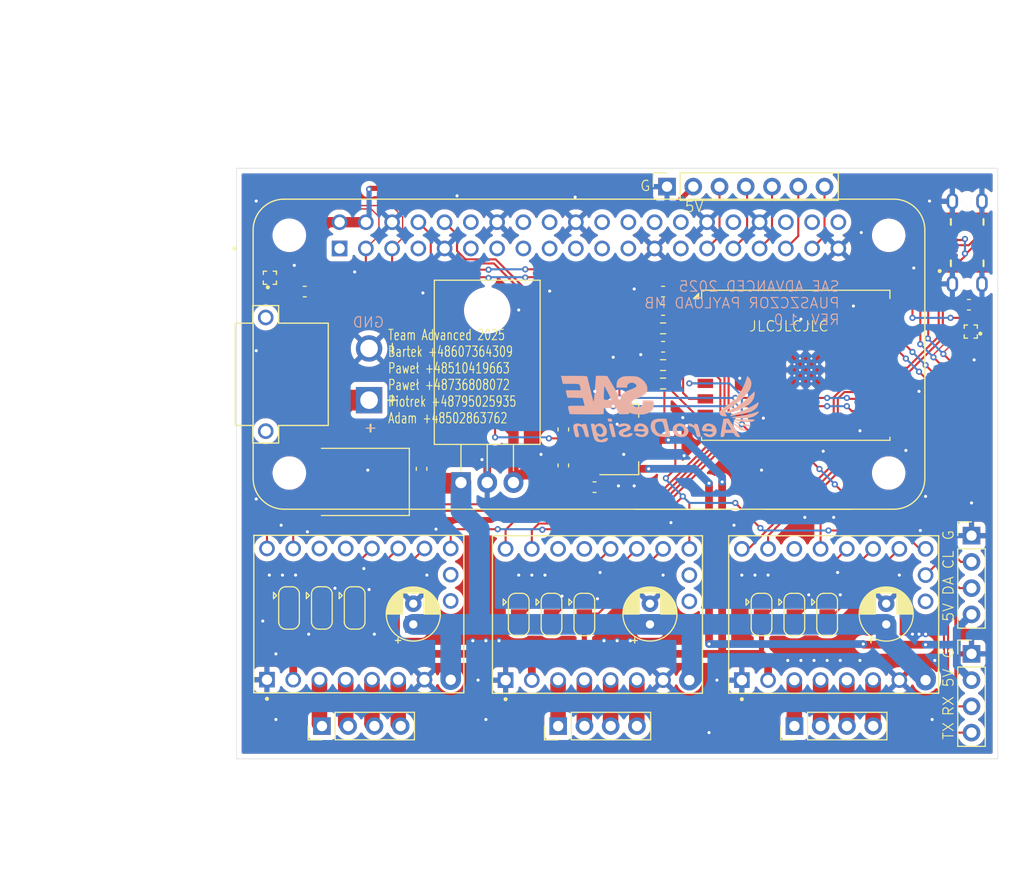
<source format=kicad_pcb>
(kicad_pcb
	(version 20240108)
	(generator "pcbnew")
	(generator_version "8.0")
	(general
		(thickness 1.6)
		(legacy_teardrops no)
	)
	(paper "A4")
	(layers
		(0 "F.Cu" signal)
		(31 "B.Cu" signal)
		(32 "B.Adhes" user "B.Adhesive")
		(33 "F.Adhes" user "F.Adhesive")
		(34 "B.Paste" user)
		(35 "F.Paste" user)
		(36 "B.SilkS" user "B.Silkscreen")
		(37 "F.SilkS" user "F.Silkscreen")
		(38 "B.Mask" user)
		(39 "F.Mask" user)
		(40 "Dwgs.User" user "User.Drawings")
		(41 "Cmts.User" user "User.Comments")
		(42 "Eco1.User" user "User.Eco1")
		(43 "Eco2.User" user "User.Eco2")
		(44 "Edge.Cuts" user)
		(45 "Margin" user)
		(46 "B.CrtYd" user "B.Courtyard")
		(47 "F.CrtYd" user "F.Courtyard")
		(48 "B.Fab" user)
		(49 "F.Fab" user)
		(50 "User.1" user)
		(51 "User.2" user)
		(52 "User.3" user)
		(53 "User.4" user)
		(54 "User.5" user)
		(55 "User.6" user)
		(56 "User.7" user)
		(57 "User.8" user)
		(58 "User.9" user)
	)
	(setup
		(stackup
			(layer "F.SilkS"
				(type "Top Silk Screen")
			)
			(layer "F.Paste"
				(type "Top Solder Paste")
			)
			(layer "F.Mask"
				(type "Top Solder Mask")
				(thickness 0.01)
			)
			(layer "F.Cu"
				(type "copper")
				(thickness 0.035)
			)
			(layer "dielectric 1"
				(type "core")
				(thickness 1.51)
				(material "FR4")
				(epsilon_r 4.5)
				(loss_tangent 0.02)
			)
			(layer "B.Cu"
				(type "copper")
				(thickness 0.035)
			)
			(layer "B.Mask"
				(type "Bottom Solder Mask")
				(thickness 0.01)
			)
			(layer "B.Paste"
				(type "Bottom Solder Paste")
			)
			(layer "B.SilkS"
				(type "Bottom Silk Screen")
			)
			(copper_finish "None")
			(dielectric_constraints no)
		)
		(pad_to_mask_clearance 0)
		(allow_soldermask_bridges_in_footprints no)
		(pcbplotparams
			(layerselection 0x00010fc_ffffffff)
			(plot_on_all_layers_selection 0x0000000_00000000)
			(disableapertmacros no)
			(usegerberextensions no)
			(usegerberattributes yes)
			(usegerberadvancedattributes yes)
			(creategerberjobfile yes)
			(dashed_line_dash_ratio 12.000000)
			(dashed_line_gap_ratio 3.000000)
			(svgprecision 4)
			(plotframeref no)
			(viasonmask no)
			(mode 1)
			(useauxorigin no)
			(hpglpennumber 1)
			(hpglpenspeed 20)
			(hpglpendiameter 15.000000)
			(pdf_front_fp_property_popups yes)
			(pdf_back_fp_property_popups yes)
			(dxfpolygonmode yes)
			(dxfimperialunits yes)
			(dxfusepcbnewfont yes)
			(psnegative no)
			(psa4output no)
			(plotreference yes)
			(plotvalue yes)
			(plotfptext yes)
			(plotinvisibletext no)
			(sketchpadsonfab no)
			(subtractmaskfromsilk no)
			(outputformat 1)
			(mirror no)
			(drillshape 1)
			(scaleselection 1)
			(outputdirectory "")
		)
	)
	(net 0 "")
	(net 1 "GND")
	(net 2 "Net-(U2-EN)")
	(net 3 "+3.3V")
	(net 4 "VBAT")
	(net 5 "+5V")
	(net 6 "Net-(D1-A)")
	(net 7 "/ESP32/RC_RX")
	(net 8 "/ESP32/RC_TX")
	(net 9 "/ESP32/USB_DP")
	(net 10 "unconnected-(J3-CC2-PadB5)")
	(net 11 "unconnected-(J3-SBU1-PadA8)")
	(net 12 "/ESP32/USB_DN")
	(net 13 "unconnected-(J3-CC1-PadA5)")
	(net 14 "unconnected-(J3-VBUS_A-PadA4)")
	(net 15 "unconnected-(J3-VBUS_B-PadB4)")
	(net 16 "unconnected-(J3-VBUS_B-PadB4)_1")
	(net 17 "unconnected-(J3-VBUS_A-PadA4)_1")
	(net 18 "unconnected-(J3-SBU2-PadB8)")
	(net 19 "Net-(J6-Pin_1)")
	(net 20 "Net-(J6-Pin_2)")
	(net 21 "Net-(J6-Pin_3)")
	(net 22 "Net-(J6-Pin_4)")
	(net 23 "Net-(J8-Pin_1)")
	(net 24 "Net-(J8-Pin_4)")
	(net 25 "Net-(J8-Pin_3)")
	(net 26 "Net-(J8-Pin_2)")
	(net 27 "Net-(J10-Pin_1)")
	(net 28 "Net-(J10-Pin_3)")
	(net 29 "Net-(J10-Pin_4)")
	(net 30 "Net-(J10-Pin_2)")
	(net 31 "/StepStick1/MS3")
	(net 32 "/StepStick2/MS3")
	(net 33 "/StepStick3/MS3")
	(net 34 "/ESP32/MOT3_DIR")
	(net 35 "/ESP_RX")
	(net 36 "/ESP32/MOT3_STP")
	(net 37 "/ESP_TX")
	(net 38 "/ESP32/MOT1_DIR")
	(net 39 "/ESP32/MOT1_STP")
	(net 40 "/ESP32/MOT2_DIR")
	(net 41 "/ESP32/MOT2_STP")
	(net 42 "unconnected-(U3-GPIO4{slash}GPIO_GCLK-Pad7)")
	(net 43 "/CS1")
	(net 44 "unconnected-(U3-GPIO11{slash}SPI_SCLK-Pad23)")
	(net 45 "/CS4")
	(net 46 "unconnected-(U3-GPIO7{slash}SPI_~{CE1}-Pad26)")
	(net 47 "unconnected-(U3-3V3_17-Pad17)")
	(net 48 "unconnected-(U3-GPIO10{slash}SPI_MOSI-Pad19)")
	(net 49 "/CS5")
	(net 50 "unconnected-(U3-GPIO20-Pad38)")
	(net 51 "unconnected-(U3-GPIO24{slash}GPIO_GEN5-Pad18)")
	(net 52 "unconnected-(U3-GPIO12-Pad32)")
	(net 53 "unconnected-(U3-ID_SC-Pad28)")
	(net 54 "unconnected-(U3-GPIO27{slash}GPIO_GEN2-Pad13)")
	(net 55 "unconnected-(U3-3V3_1-Pad1)")
	(net 56 "unconnected-(U3-GPIO17{slash}GPIO_GEN0-Pad11)")
	(net 57 "/CS2")
	(net 58 "/CS3")
	(net 59 "unconnected-(U3-ID_SD-Pad27)")
	(net 60 "unconnected-(U3-GPIO18{slash}GPIO_GEN1-Pad12)")
	(net 61 "unconnected-(U3-GPIO23{slash}GPIO_GEN4-Pad16)")
	(net 62 "unconnected-(U3-GPIO25{slash}GPIO_GEN6-Pad22)")
	(net 63 "unconnected-(U3-GPIO9{slash}SPI_MISO-Pad21)")
	(net 64 "unconnected-(U3-GPIO22{slash}GPIO_GEN3-Pad15)")
	(net 65 "unconnected-(U3-GPIO8{slash}SPI_~{CE0}-Pad24)")
	(net 66 "unconnected-(U3-GPIO21-Pad40)")
	(net 67 "unconnected-(U3-GPIO16-Pad36)")
	(net 68 "/StepStick1/MS2")
	(net 69 "/StepStick2/MS2")
	(net 70 "/StepStick3/MS2")
	(net 71 "/StepStick1/MS1")
	(net 72 "/StepStick2/MS1")
	(net 73 "/StepStick3/MS1")
	(net 74 "/EN")
	(net 75 "/ESP32/DIAG")
	(net 76 "/ESP32/UART")
	(net 77 "/StepStick2/DIAG")
	(net 78 "unconnected-(U8-INDEX-Pad17)")
	(net 79 "/StepStick2/UART")
	(net 80 "/StepStick3/UART")
	(net 81 "unconnected-(U8-PDN-Pad11)")
	(net 82 "/StepStick3/DIAG")
	(net 83 "unconnected-(U9-INDEX-Pad17)")
	(net 84 "unconnected-(U9-PDN-Pad11)")
	(net 85 "unconnected-(U10-PDN-Pad11)")
	(net 86 "unconnected-(U10-INDEX-Pad17)")
	(net 87 "/I2C_SDA")
	(net 88 "/I2C_SCL")
	(footprint "Capacitor_THT:CP_Radial_D5.0mm_P2.00mm" (layer "F.Cu") (at 111.76 60.645113 90))
	(footprint "Connector_PinHeader_2.54mm:PinHeader_1x04_P2.54mm_Vertical" (layer "F.Cu") (at 80.02 70.485 90))
	(footprint "USB4145-03-0070-C_REVA2:GCT_USB4145-03-0070-C_REVA2" (layer "F.Cu") (at 119.595 23.705 90))
	(footprint "Capacitor_SMD:C_0603_1608Metric_Pad1.08x0.95mm_HandSolder" (layer "F.Cu") (at 80.518 41.783 90))
	(footprint "Capacitor_THT:CP_Radial_D5.0mm_P2.00mm" (layer "F.Cu") (at 66 60.645113 90))
	(footprint "Jumper:SolderJumper-3_P1.3mm_Open_RoundedPad1.0x1.5mm" (layer "F.Cu") (at 76.2 59.69 -90))
	(footprint "TMC2209_SILENTSTEPSTICK:MODULE_TMC2209_SILENTSTEPSTICK" (layer "F.Cu") (at 106.68 59.69 90))
	(footprint "Connector_PinHeader_2.54mm:PinHeader_1x04_P2.54mm_Vertical" (layer "F.Cu") (at 120.015 52.06))
	(footprint "Connector_PinHeader_2.54mm:PinHeader_1x04_P2.54mm_Vertical" (layer "F.Cu") (at 57.16 70.485 90))
	(footprint "Jumper:SolderJumper-3_P1.3mm_Open_RoundedPad1.0x1.5mm" (layer "F.Cu") (at 82.55 59.69 -90))
	(footprint "Jumper:SolderJumper-3_P1.3mm_Open_RoundedPad1.0x1.5mm" (layer "F.Cu") (at 60.325 59.055 -90))
	(footprint "Capacitor_SMD:C_0603_1608Metric_Pad1.08x0.95mm_HandSolder" (layer "F.Cu") (at 83.5395 47.371))
	(footprint "Resistor_SMD:R_0603_1608Metric_Pad0.98x0.95mm_HandSolder" (layer "F.Cu") (at 90.17 32.004 180))
	(footprint "Capacitor_SMD:C_0603_1608Metric_Pad1.08x0.95mm_HandSolder" (layer "F.Cu") (at 90.17 33.782))
	(footprint "MMC5603NJ:XDCR_MMC5603NJ" (layer "F.Cu") (at 119.942 32.312 180))
	(footprint "Resistor_SMD:R_0603_1608Metric_Pad0.98x0.95mm_HandSolder" (layer "F.Cu") (at 90.17 37.338))
	(footprint "TMC2209_SILENTSTEPSTICK:MODULE_TMC2209_SILENTSTEPSTICK" (layer "F.Cu") (at 83.82 59.69 90))
	(footprint "Jumper:SolderJumper-3_P1.3mm_Open_RoundedPad1.0x1.5mm" (layer "F.Cu") (at 106.045 59.69 -90))
	(footprint "Capacitor_SMD:C_0603_1608Metric_Pad1.08x0.95mm_HandSolder" (layer "F.Cu") (at 66.802 45.593 90))
	(footprint "XT30PW-M:AMASS_XT30PW-M" (layer "F.Cu") (at 51.72075 36.449 90))
	(footprint "Capacitor_THT:CP_Radial_D5.0mm_P2.00mm"
		(layer "F.Cu")
		(uuid "77139445-8f41-405c-ac98-036e1a490600")
		(at 88.9 60.645113 90)
		(descr "CP, Radial series, Radial, pin pitch=2.00mm, , diameter=5mm, Electrolytic Capacitor")
		(tags "CP Radial series Radial pin pitch 2.00mm  diameter 5mm Electrolytic Capacitor")
		(property "Reference" "C14"
			(at 1 -3.75 90)
			(layer "F.SilkS")
			(hide yes)
			(uuid "5d62d71c-f151-4d43-89a8-7220db984551")
			(effects
				(font
					(size 1 1)
					(thickness 0.15)
				)
			)
		)
		(property "Value" "100u"
			(at 1 3.75 90)
			(layer "F.Fab")
			(uuid "bdc22bb4-11d7-467b-b6d7-cd729b80f16b")
			(effects
				(font
					(size 1 1)
					(thickness 0.15)
				)
			)
		)
		(property "Footprint" "Capacitor_THT:CP_Radial_D5.0mm_P2.00mm"
			(at 0 0 90)
			(unlocked yes)
			(layer "F.Fab")
			(hide yes)
			(uuid "0ed28326-86e9-4699-b946-f44aa0d30145")
			(effects
				(font
					(size 1.27 1.27)
					(thickness 0.15)
				)
			)
		)
		(property "Datasheet" ""
			(at 0 0 90)
			(unlocked yes)
			(layer "F.Fab")
			(hide yes)
			(uuid "f6049b36-43b5-4b76-856d-b7c02143f1b6")
			(effects
				(font
					(size 1.27 1.27)
					(thickness 0.15)
				)
			)
		)
		(property "Description" "Unpolarized capacitor, small symbol"
			(at 0 0 90)
			(unlocked yes)
			(layer "F.Fab")
			(hide yes)
			(uuid "0e94e9d2-c75c-4204-a6f8-3f7280acae30")
			(effects
				(font
					(size 1.27 1.27)
					(thickness 0.15)
				)
			)
		)
		(property ki_fp_filters "C_*")
		(path "/8e074d42-6d48-4d4b-882f-71f2805bc584/4b647c3d-1982-46fe-b606-d83dfec5b9c5")
		(sheetname "StepStick3")
		(sheetfile "StepStick1.kicad_sch")
		(attr through_hole)
		(fp_line
			(start 1.04 -2.58)
			(end 1.04 -1.04)
			(stroke
				(width 0.12)
				(type solid)
			)
			(layer "F.SilkS")
			(uuid "e62677b8-cd58-48ed-8997-c2e642fa1020")
		)
		(fp_line
			(start 1 -2.58)
			(end 1 -1.04)
			(stroke
				(width 0.12)
				(type solid)
			)
			(layer "F.SilkS")
			(uuid "bfb84d7d-502a-452a-8fc2-0ffffe52226d")
		)
		(fp_line
			(start 1.08 -2.579)
			(end 1.08 -1.04)
			(stroke
				(width 0.12)
				(type solid)
			)
			(layer "F.SilkS")
			(uuid "beff3590-9f90-428e-8e38-8e47a5bf846a")
		)
		(fp_line
			(start 1.12 -2.578)
			(end 1.12 -1.04)
			(stroke
				(width 0.12)
				(type solid)
			)
			(layer "F.SilkS")
			(uuid "ed4defa5-c2d1-4edb-988d-523f566d2a0e")
		)
		(fp_line
			(start 1.16 -2.576)
			(end 1.16 -1.04)
			(stroke
				(width 0.12)
				(type solid)
			)
			(layer "F.SilkS")
			(uuid "906a556d-e254-47d7-aeb6-3559d5063315")
		)
		(fp_line
			(start 1.2 -2.573)
			(end 1.2 -1.04)
			(stroke
				(width 0.12)
				(type solid)
			)
			(layer "F.SilkS")
			(uuid "cb989385-9aba-4718-9078-3e284b2047a9")
		)
		(fp_line
			(start 1.24 -2.569)
			(end 1.24 -1.04)
			(stroke
				(width 0.12)
				(type solid)
			)
			(layer "F.SilkS")
			(uuid "de2867bd-c3a7-44f5-aad3-412e612ef394")
		)
		(fp_line
			(start 1.28 -2.565)
			(end 1.28 -1.04)
			(stroke
				(width 0.12)
				(type solid)
			)
			(layer "F.SilkS")
			(uuid "6f340514-4f2f-4fd6-97fa-f66bb623d8f1")
		)
		(fp_line
			(start 1.32 -2.561)
			(end 1.32 -1.04)
			(stroke
				(width 0.12)
				(type solid)
			)
			(layer "F.SilkS")
			(uuid "d2accd4f-1a19-43eb-b3dd-95905dc07a3f")
		)
		(fp_line
			(start 1.36 -2.556)
			(end 1.36 -1.04)
			(stroke
				(width 0.12)
				(type solid)
			)
			(layer "F.SilkS")
			(uuid "75e85e9f-09df-49ce-acf7-d9fd2b06686a")
		)
		(fp_line
			(start 1.4 -2.55)
			(end 1.4 -1.04)
			(stroke
				(width 0.12)
				(type solid)
			)
			(layer "F.SilkS")
			(uuid "10f79404-e4b8-4c0e-a6be-b56ed49aa047")
		)
		(fp_line
			(start 1.44 -2.543)
			(end 1.44 -1.04)
			(stroke
				(width 0.12)
				(type solid)
			)
			(layer "F.SilkS")
			(uuid "f33b9135-f5f2-46a1-99d7-2e9acfef92e1")
		)
		(fp_line
			(start 1.48 -2.536)
			(end 1.48 -1.04)
			(stroke
				(width 0.12)
				(type solid)
			)
			(layer "F.SilkS")
			(uuid "6e22cec4-1d53-4a8e-9cb9-e2c4863e4d1c")
		)
		(fp_line
			(start 1.52 -2.528)
			(end 1.52 -1.04)
			(stroke
				(width 0.12)
				(type solid)
			)
			(layer "F.SilkS")
			(uuid "7a54ce54-0a8e-46e3-8ed7-a039a9689dea")
		)
		(fp_line
			(start 1.56 -2.52)
			(end 1.56 -1.04)
			(stroke
				(width 0.12)
				(type solid)
			)
			(layer "F.SilkS")
			(uuid "fb20c6b4-5d26-449f-8705-4df2142440e5")
		)
		(fp_line
			(start 1.6 -2.511)
			(end 1.6 -1.04)
			(stroke
				(width 0.12)
				(type solid)
			)
			(layer "F.SilkS")
			(uuid "48e98e34-0f7b-4e23-99b6-b45599ab95ed")
		)
		(fp_line
			(start 1.64 -2.501)
			(end 1.64 -1.04)
			(stroke
				(width 0.12)
				(type solid)
			)
			(layer "F.SilkS")
			(uuid "b4ebee62-b750-4c5b-9c18-77a2a6525c05")
		)
		(fp_line
			(start 1.68 -2.491)
			(end 1.68 -1.04)
			(stroke
				(width 0.12)
				(type solid)
			)
			(layer "F.SilkS")
			(uuid "5bf48cae-932e-41f2-b3b8-e5b26e5d9e36")
		)
		(fp_line
			(start 1.721 -2.48)
			(end 1.721 -1.04)
			(stroke
				(width 0.12)
				(type solid)
			)
			(layer "F.SilkS")
			(uuid "de8d754c-856c-4a15-b2d4-446187d06735")
		)
		(fp_line
			(start 1.761 -2.468)
			(end 1.761 -1.04)
			(stroke
				(width 0.12)
				(type solid)
			)
			(layer "F.SilkS")
			(uuid "de7645d4-42c8-4726-8317-503a57dbdf25")
		)
		(fp_line
			(start 1.801 -2.455)
			(end 1.801 -1.04)
			(stroke
				(width 0.12)
				(type solid)
			)
			(layer "F.SilkS")
			(uuid "b7a173cd-af1e-4133-a5b5-0c69ba7c9389")
		)
		(fp_line
			(start 1.841 -2.442)
			(end 1.841 -1.04)
			(stroke
				(width 0.12)
				(type solid)
			)
			(layer "F.SilkS")
			(uuid "9728a858-8ad4-47fd-9bf8-6545892b3ab2")
		)
		(fp_line
			(start 1.881 -2.428)
			(end 1.881 -1.04)
			(stroke
				(width 0.12)
				(type solid)
			)
			(layer "F.SilkS")
			(uuid "001c8449-cb1d-4596-8b49-4619db4c0873")
		)
		(fp_line
			(start 1.921 -2.414)
			(end 1.921 -1.04)
			(stroke
				(width 0.12)
				(type solid)
			)
			(layer "F.SilkS")
			(uuid "4e700e0c-97d1-45f6-a831-4d6d5834fa6f")
		)
		(fp_line
			(start 1.961 -2.398)
			(end 1.961 -1.04)
			(stroke
				(width 0.12)
				(type solid)
			)
			(layer "F.SilkS")
			(uuid "39667f33-8491-4159-b040-135c126a9a28")
		)
		(fp_line
			(start 2.001 -2.382)
			(end 2.001 -1.04)
			(stroke
				(width 0.12)
				(type solid)
			)
			(layer "F.SilkS")
			(uuid "e20588af-2569-4f2d-92fe-637b4da1cb27")
		)
		(fp_line
			(start 2.041 -2.365)
			(end 2.041 -1.04)
			(stroke
				(width 0.12)
				(type solid)
			)
			(layer "F.SilkS")
			(uuid "3995e6e0-180b-49e3-827f-da45e49feba1")
		)
		(fp_line
			(start 2.081 -2.348)
			(end 2.081 -1.04)
			(stroke
				(width 0.12)
				(type solid)
			)
			(layer "F.SilkS")
			(uuid "25463b7d-dbc8-4f75-b9ff-405dedda06ad")
		)
		(fp_line
			(start 2.121 -2.329)
			(end 2.121 -1.04)
			(stroke
				(width 0.12)
				(type solid)
			)
			(layer "F.SilkS")
			(uuid "fe208a1b-a576-4f3f-9a76-6ceec5785491")
		)
		(fp_line
			(start 2.161 -2.31)
			(end 2.161 -1.04)
			(stroke
				(width 0.12)
				(type solid)
			)
			(layer "F.SilkS")
			(uuid "2fb6724c-47f4-4e2b-9887-cb01b8bd38b3")
		)
		(fp_line
			(start 2.201 -2.29)
			(end 2.201 -1.04)
			(stroke
				(width 0.12)
				(type solid)
			)
			(layer "F.SilkS")
			(uuid "13bcb5ee-3692-48ae-875a-78c51f5c7b8a")
		)
		(fp_line
			(start 2.241 -2.268)
			(end 2.241 -1.04)
			(stroke
				(width 0.12)
				(type solid)
			)
			(layer "F.SilkS")
			(uuid "c24f2fe0-441f-4663-87ea-f36cf1acdc70")
		)
		(fp_line
			(start 2.281 -2.247)
			(end 2.281 -1.04)
			(stroke
				(width 0.12)
				(type solid)
			)
			(layer "F.SilkS")
			(uuid "3fa7b9d2-c2be-4699-9fe7-12e97acd851a")
		)
		(fp_line
			(start 2.321 -2.224)
			(end 2.321 -1.04)
			(stroke
				(width 0.12)
				(type solid)
			)
			(layer "F.SilkS")
			(uuid "ee2f66ee-a540-4a2d-97f1-a94b6b159e6a")
		)
		(fp_line
			(start 2.361 -2.2)
			(end 2.361 -1.04)
			(stroke
				(width 0.12)
				(type solid)
			)
			(layer "F.SilkS")
			(uuid "bfc0b4c3-f567-4153-9591-31f5f6795ae7")
		)
		(fp_line
			(start 2.401 -2.175)
			(end 2.401 -1.04)
			(stroke
				(width 0.12)
				(type solid)
			)
			(layer "F.SilkS")
			(uuid "7c7c2bbe-1012-4ec7-ad38-aa40a9634c58")
		)
		(fp_line
			(start 2.441 -2.149)
			(end 2.441 -1.04)
			(stroke
				(width 0.12)
				(type solid)
			)
			(layer "F.SilkS")
			(uuid "331f8371-efb0-4b17-8eec-dcdbdb558287")
		)
		(fp_line
			(start 2.481 -2.122)
			(end 2.481 -1.04)
			(stroke
				(width 0.12)
				(type solid)
			)
			(layer "F.SilkS")
			(uuid "1d6bb8cf-33d8-473c-9cf6-989f0eb42b9a")
		)
		(fp_line
			(start 2.521 -2.095)
			(end 2.521 -1.04)
			(stroke
				(width 0.12)
				(type solid)
			)
			(layer "F.SilkS")
			(uuid "b85d1f96-eabb-4316-9bf7-3bcd5a8e0962")
		)
		(fp_line
			(start 2.561 -2.065)
			(end 2.561 -1.04)
			(stroke
				(width 0.12)
				(type solid)
			)
			(layer "F.SilkS")
			(uuid "edcf58e0-e891-4185-a670-2a5cd768c3ac")
		)
		(fp_line
			(start 2.601 -2.035)
			(end 2.601 -1.04)
			(stroke
				(width 0.12)
				(type solid)
			)
			(layer "F.SilkS")
			(uuid "47955e8b-49dc-4ca7-aaad-0fa9ab2a7196")
		)
		(fp_line
			(start 2.641 -2.004)
			(end 2.641 -1.04)
			(stroke
				(width 0.12)
				(type solid)
			)
			(layer "F.SilkS")
			(uuid "5b15c020-8185-4ae2-9086-c14562795635")
		)
		(fp_line
			(start 2.681 -1.971)
			(end 2.681 -1.04)
			(stroke
				(width 0.12)
				(type solid)
			)
			(layer "F.SilkS")
			(uuid "d5c125a8-28f2-468c-acd1-c2889e149223")
		)
		(fp_line
			(start 2.721 -1.937)
			(end 2.721 -1.04)
			(stroke
				(width 0.12)
				(type solid)
			)
			(layer "F.SilkS")
			(uuid "b8876dde-bab7-49ef-a1f3-a349cf4a7537")
		)
		(fp_line
			(start 2.761 -1.901)
			(end 2.761 -1.04)
			(stroke
				(width 0.12)
				(type solid)
			)
			(layer "F.SilkS")
			(uuid "2c0446c2-854f-4174-afb3-ea382a3b6721")
		)
		(fp_line
			(start 2.801 -1.864)
			(end 2.801 -1.04)
			(stroke
				(width 0.12)
				(type solid)
			)
			(layer "F.SilkS")
			(uuid "a44902af-7af6-470a-9699-b086fbb70af8")
		)
		(fp_line
			(start 2.841 -1.826)
			(end 2.841 -1.04)
			(stroke
				(width 0.12)
				(type solid)
			)
			(layer "F.SilkS")
			(uuid "3d4d78b1-f0c0-4eea-8d1e-09d78b787704")
		)
		(fp_line
			(start 2.881 -1.785)
			(end 2.881 -1.04)
			(stroke
				(width 0.12)
				(type solid)
			)
			(layer "F.SilkS")
			(uuid "21764dfa-37e6-4096-b898-528942ca8bbb")
		)
		(fp_line
			(start 2.921 -1.743)
			(end 2.921 -1.04)
			(stroke
				(width 0.12)
				(type solid)
			)
			(layer "F.SilkS")
			(uuid "e51c59e9-9937-4f93-814d-97e3b7109688")
		)
		(fp_line
			(start -1.554775 -1.725)
			(end -1.554775 -1.225)
			(stroke
				(width 0.12)
				(type solid)
			)
			(layer "F.SilkS")
			(uuid "f534e386-80d1-46a4-8a24-50ca9519cb53")
		)
		(fp_line
			(start 2.961 -1.699)
			(end 2.961 -1.04)
			(stroke
				(width 0.12)
				(type solid)
			)
			(layer "F.SilkS")
			(uuid "1226359f-04a2-445f-969c-d1f1d0cfff42")
		)
		(fp_line
			(start 3.001 -1.653)
			(end 3.001 -1.04)
			(stroke
				(width 0.12)
				(type solid)
			)
			(layer "F.SilkS")
			(uuid "04b49345-3660-4630-93f0-dd9687cb43ee")
		)
		(fp_line
			(start 3.041 -1.605)
			(end 3.041 1.605)
			(stroke
				(width 0.12)
				(type solid)
			)
			(layer "F.SilkS")
			(uuid "ab342fb6-aaf1-4d3d-b2ae-b4eb60d60331")
		)
		(fp_line
			(start 3.081 -1.554)
			(end 3.081 1.554)
			(stroke
				(width 0.12)
				(type solid)
			)
			(layer "F.SilkS")
			(uuid "c2ca3877-b728-40ca-8d9f-580334b7d89e")
		)
		(fp_line
			(start 3.121 -1.5)
			(end 3.121 1.5)
			(stroke
				(width 0.12)
				(type solid)
			)
			(layer "F.SilkS")
			(uuid "e3dd1ff2-339e-4650-a9c7-6db179a2550d")
		)
		(fp_line
			(start -1.804775 -1.475)
			(end -1.304775 -1.475)
			(stroke
				(width 0.12)
				(type solid)
			)
			(layer "F.SilkS")
			(uuid "2cb10849-3046-4141-900d-205b4866e8b2")
		)
		(fp_line
			(start 3.161 -1.443)
			(end 3.161 1.443)
			(stroke
				(width 0.12)
				(type solid)
			)
			(layer "F.SilkS")
			(uuid "563ab7f1-ba64-427d-8329-1e99f12f3d73")
		)
		(fp_line
			(start 3.201 -1.383)
			(end 3.201 1.383)
			(stroke
				(width 0.12)
				(type solid)
			)
			(layer "F.SilkS")
			(uuid "c950b0a7-68c9-4de9-ac73-271bba6f5404")
		)
		(fp_line
			(start 3.241 -1.319)
			(end 3.241 1.319)
			(stroke
				(width 0.12)
				(type solid)
			)
			(layer "F.SilkS")
			(uuid "1ae2ede3-4c3b-4f80-8e69-806ed63460e8")
		)
		(fp_line
			(start 3.281 -1.251)
			(end 3.281 1.251)
			(stroke
				(width 0.12)
				(type solid)
			)
			(layer "F.SilkS")
			(uuid "29cf1cf9-f522-46f1-9b05-208986f06b89")
		)
		(fp_line
			(start 3.321 -1.178)
			(end 3.321 1.178)
			(stroke
				(width 0.12)
				(type solid)
			)
			(layer "F.SilkS")
			(uuid "d6ef3559-0129-4faf-b826-542b33757a7f")
		)
		(fp_line
			(start 3.361 -1.098)
			(end 3.361 1.098)
			(stroke
				(width 0.12)
				(type solid)
			)
			(layer "F.SilkS")
			(uuid "607bc79b-e60b-41c8-a4cf-cb866a96b7cf")
		)
		(fp_line
			(start 3.401 -1.011)
			(end 3.401 1.011)
			(stroke
				(width 0.12)
				(type solid)
			)
			(layer "F.SilkS")
			(uuid "a310a7c2-6437-4876-801a-6096185f9d23")
		)
		(fp_line
			(start 3.441 -0.915)
			(end 3.441 0.915)
			(stroke
				(width 0.12)
				(type solid)
			)
			(layer "F.SilkS")
			(uuid "0d454973-89fb-41d2-82da-722eb81eff34")
		)
		(fp_line
			(start 3.481 -0.805)
			(end 3.481 0.805)
			(stroke
				(width 0.12)
				(type solid)
			)
			(layer "F.SilkS")
			(uuid "791c01c2-f8a3-4f3b-9445-669c3e08b056")
		)
		(fp_line
			(start 3.521 -0.677)
			(end 3.521 0.677)
			(stroke
				(width 0.12)
				(type solid)
			)
			(layer "F.SilkS")
			(uuid "13eedd2c-8908-4ecb-ad71-60f45779b2ad")
		)
		(fp_line
			(start 3.561 -0.518)
			(end 3.561 0.518)
			(stroke
				(width 0.12)
				(type solid)
			)
			(layer "F.SilkS")
			(uuid "ded5bfc4-3781-4843-8d85-09426aa3ec0c")
		)
		(fp_line
			(start 3.601 -0.284)
			(end 3.601 0.284)
			(stroke
				(width 0.12)
				(type solid)
			)
			(layer "F.SilkS")
			(uuid "fd0b6b9e-e1ec-4e1b-83c2-f12438f77b67")
		)
		(fp_line
			(start 3.001 1.04)
			(end 3.001 1.653)
			(stroke
				(width 0.12)
				(type solid)
			)
			(layer "F.SilkS")
			(uuid "6743da22-a0c2-43f2-b11c-9dc9f593ace0")
		)
		(fp_line
			(start 2.961 1.04)
			(end 2.961 1.699)
			(stroke
				(width 0.12)
				(type solid)
			)
			(layer "F.SilkS")
			(uuid "ef3bf7f4-3585-4bad-99af-27b7ead380ed")
		)
		(fp_line
			(start 2.921 1.04)
			(end 2.921 1.743)
			(stroke
				(width 0.12)
				(type solid)
			)
			(layer "F.SilkS")
			(uuid "17666d12-23b4-4261-a0bf-d84f483e51a8")
		)
		(fp_line
			(start 2.881 1.04)
			(end 2.881 1.785)
			(stroke
				(width 0.12)
				(type solid)
			)
			(layer "F.SilkS")
			(uuid "2724e23d-55cc-4d4f-846f-1a565ddc7163")
		)
		(fp_line
			(start 2.841 1.04)
			(end 2.841 1.826)
			(stroke
				(width 0.12)
				(type solid)
			)
			(layer "F.SilkS")
			(uuid "0009c6b8-0281-48a3-8859-7b07455b2ec7")
		)
		(fp_line
			(start 2.801 1.04)
			(end 2.801 1.864)
			(stroke
				(width 0.12)
				(type solid)
			)
			(layer "F.SilkS")
			(uuid "efa6f2bd-913b-4822-95b9-2ecf98da2f61")
		)
		(fp_line
			(start 2.761 1.04)
			(end 2.761 1.901)
			(stroke
				(width 0.12)
				(type solid)
			)
			(layer "F.SilkS")
			(uuid "ce801553-cd7b-46aa-a1e7-207fae2bc05e")
		)
		(fp_line
			(start 2.721 1.04)
			(end 2.721 1.937)
			(stroke
				(width 0.12)
				(type solid)
			)
			(layer "F.SilkS")
			(uuid "b83008c6-b830-4662-a05b-ec961849e97b")
		)
		(fp_line
			(start 2.681 1.04)
			(end 2.681 1.971)
			(stroke
				(width 0.12)
				(type solid)
			)
			(layer "F.SilkS")
			(uuid "5b3e229e-10e0-4b69-a329-174b2aa0a7f8")
		)
		(fp_line
			(start 2.641 1.04)
			(end 2.641 2.004)
			(stroke
				(width 0.12)
				(type solid)
			)
			(layer "F.SilkS")
			(uuid "8095f7cc-e7b8-4fe2-a1b7-bfbecba3d4b5")
		)
		(fp_line
			(start 2.601 1.04)
			(end 2.601 2.035)
			(stroke
				(width 0.12)
				(type solid)
			)
			(layer "F.SilkS")
			(uuid "1a197811-1599-4f3f-b199-0a8f6026896f")
		)
		(fp_line
			(start 2.561 1.04)
			(end 2.561 2.065)
			(stroke
				(width 0.12)
				(type solid)
			)
			(layer "F.SilkS")
			(uuid "473fd221-f92b-4249-b50a-fd8f6019e1cb")
		)
		(fp_line
			(start 2.521 1.04)
			(end 2.521 2.095)
			(stroke
				(width 0.12)
				(type solid)
			)
			(layer "F.SilkS")
			(uuid "7a6f0246-db31-4209-9c73-ef903b599ead")
		)
		(fp_line
			(start 2.481 1.04)
			(end 2.481 2.122)
			(stroke
				(width 0.12)
				(type solid)
			)
			(layer "F.SilkS")
			(uuid "dc579f8b-e6ca-4672-9cd8-cae548b37bdd")
		)
		(fp_line
			(start 2.441 1.04)
			(end 2.441 2.149)
			(stroke
				(width 0.12)
				(type solid)
			)
			(layer "F.SilkS")
			(uuid "492ee020-d7ef-45ca-902a-ca043ad840e0")
		)
		(fp_line
			(start 2.401 1.04)
			(end 2.401 2.175)
			(stroke
				(width 0.12)
				(type solid)
			)
			(layer "F.SilkS")
			(uuid "aba7b654-6c33-4767-b5ed-395870586ca9")
		)
		(fp_line
			(start 2.361 1.04)
			(end 2.361 2.2)
			(stroke
				(width 0.12)
				(type solid)
			)
			(layer "F.SilkS")
			(uuid "aaf6501f-f52e-4bdc-8d63-bc90072bef64")
		)
		(fp_line
			(start 2.321 1.04)
			(end 2.321 2.224)
			(stroke
				(width 0.12)
				(type solid)
			)
			(layer "F.SilkS")
			(uuid "96656b46-1caf-47e3-bd59-0cd72d8f330f")
		)
		(fp_line
			(start 2.281 1.04)
			(end 2.281 2.247)
			(stroke
				(width 0.12)
				(type solid)
			)
			(layer "F.SilkS")
			(uuid "4da93280-20b0-4a11-bd02-5d01f43f1560")
		)
		(fp_line
			(start 2.241 1.04)
			(end 2.241 2.268)
			(stroke
				(width 0.12)
				(type solid)
			)
			(layer "F.SilkS")
			(uuid "2e481458-d152-4f9e-8261-eaef9b81fd42")
		)
		(fp_line
			(start 2.201 1.04)
			(end 2.201 2.29)
			(stroke
				(width 0.12)
				(type solid)
			)
			(layer "F.SilkS")
			(uuid "78382ceb-d5c0-4bb5-9538-f4ae313487d7")
		)
		(fp_line
			(start 2.161 1.04)
			(end 2.161 2.31)
			(stroke
				(width 0.12)
				(type solid)
			)
			(layer "F.SilkS")
			(uuid "49cafc96-ac57-44fc-9fcc-853fba70a6b0")
		)
		(fp_line
			(start 2.121 1.04)
			(end 2.121 2.329)
			(stroke
				(width 0.12)
				(type solid)
			)
			(layer "F.SilkS")
			(uuid "68bc0de2-bc3e-4756-89bf-ac0083615751")
		)
		(fp_line
			(start 2.081 1.
... [757123 chars truncated]
</source>
